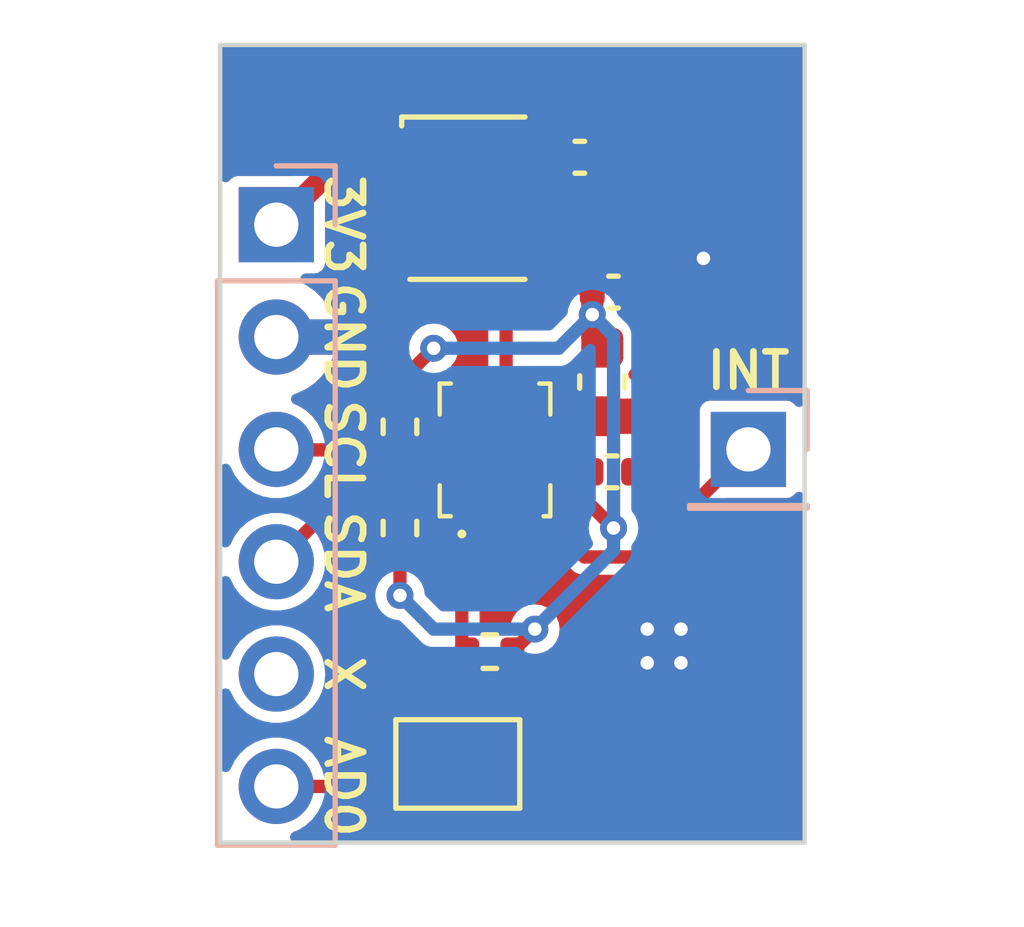
<source format=kicad_pcb>
(kicad_pcb (version 20221018) (generator pcbnew)
  (layers (0 "F.Cu" signal) (31 "B.Cu" signal) (34 "B.Paste" user) (35 "F.Paste" user) (36 "B.SilkS" user "B.Silkscreen") (37 "F.SilkS" user "F.Silkscreen") (38 "B.Mask" user) (39 "F.Mask" user) (44 "Edge.Cuts" user))
  (net 0 "")
  (net 1 "+3.3V")
  (net 2 "GND")
  (net 3 "/AD0")
  (net 6 "/INT")
  (net 8 "/CLK")
  (net 12 "/SCL")
  (net 13 "/SDA")
  (footprint "Resistor_SMD:R_0402_1005Metric" (layer "F.Cu") (at 111.504 93.472 180)
    (fp_text reference "R3" hide)
    (fp_text value "3.9k")
    (fp_line (start -0.153641 -0.38) (end 0.153641 -0.38) (stroke (width 0.12)) (layer "F.SilkS"))
    (fp_line (start -0.153641 0.38) (end 0.153641 0.38) (stroke (width 0.12)) (layer "F.SilkS"))
    (pad "1" smd roundrect (at -0.51 0 180) (size 0.54 0.64) (layers "F.Cu" "F.Paste" "F.Mask") (net 1 "+3.3V"))
    (pad "2" smd roundrect (at 0.51 0 180) (size 0.54 0.64) (layers "F.Cu" "F.Paste" "F.Mask") (net 3 "/AD0"))
  )
  (footprint "Resistor_SMD:R_0402_1005Metric" (layer "F.Cu") (at 109.474 88.39 -90)
    (fp_text reference "R2" hide)
    (fp_text value "3.9k")
    (fp_line (start -0.153641 -0.38) (end 0.153641 -0.38) (stroke (width 0.12)) (layer "F.SilkS"))
    (fp_line (start -0.153641 0.38) (end 0.153641 0.38) (stroke (width 0.12)) (layer "F.SilkS"))
    (pad "1" smd roundrect (at -0.51 0 270) (size 0.54 0.64) (layers "F.Cu" "F.Paste" "F.Mask") (net 1 "+3.3V"))
    (pad "2" smd roundrect (at 0.51 0 270) (size 0.54 0.64) (layers "F.Cu" "F.Paste" "F.Mask") (net 12 "/SCL"))
  )
  (footprint "Resistor_SMD:R_0402_1005Metric" (layer "F.Cu") (at 109.474 90.678 90)
    (fp_text reference "R1" hide)
    (fp_text value "3.9k")
    (fp_line (start -0.153641 -0.38) (end 0.153641 -0.38) (stroke (width 0.12)) (layer "F.SilkS"))
    (fp_line (start -0.153641 0.38) (end 0.153641 0.38) (stroke (width 0.12)) (layer "F.SilkS"))
    (pad "1" smd roundrect (at -0.51 0 90) (size 0.54 0.64) (layers "F.Cu" "F.Paste" "F.Mask") (net 1 "+3.3V"))
    (pad "2" smd roundrect (at 0.51 0 90) (size 0.54 0.64) (layers "F.Cu" "F.Paste" "F.Mask") (net 13 "/SDA"))
  )
  (footprint "Oscillator:Oscillator_SMD_EuroQuartz_XO32-4Pin_3.2x2.5mm" (layer "F.Cu") (at 110.998 83.221)
    (fp_text reference "X1" hide)
    (fp_text value "O3232768151850")
    (fp_line (start -1.485 -1.835) (end 1.3 -1.835) (stroke (width 0.12)) (layer "F.SilkS"))
    (fp_line (start -1.485 -1.635) (end -1.485 -1.835) (stroke (width 0.12)) (layer "F.SilkS"))
    (fp_line (start 1.3 1.835) (end -1.3 1.835) (stroke (width 0.12)) (layer "F.SilkS"))
    (pad "1" smd rect (at -0.775 -1.075 270) (size 1 0.9) (layers "F.Cu" "F.Paste" "F.Mask") (net 1 "+3.3V"))
    (pad "2" smd rect (at -0.775 1.075 270) (size 1 0.9) (layers "F.Cu" "F.Paste" "F.Mask") (net 2 "GND"))
    (pad "3" smd rect (at 0.775 1.075 270) (size 1 0.9) (layers "F.Cu" "F.Paste" "F.Mask") (net 8 "/CLK"))
    (pad "4" smd rect (at 0.775 -1.075 270) (size 1 0.9) (layers "F.Cu" "F.Paste" "F.Mask") (net 1 "+3.3V"))
  )
  (footprint "Capacitor_SMD:C_0402_1005Metric" (layer "F.Cu") (at 113.538 82.296)
    (fp_text reference "C4" hide)
    (fp_text value "100n")
    (fp_line (start -0.107836 -0.36) (end 0.107836 -0.36) (stroke (width 0.12)) (layer "F.SilkS"))
    (fp_line (start -0.107836 0.36) (end 0.107836 0.36) (stroke (width 0.12)) (layer "F.SilkS"))
    (pad "1" smd roundrect (at -0.48 0) (size 0.56 0.62) (layers "F.Cu" "F.Paste" "F.Mask") (net 1 "+3.3V"))
    (pad "2" smd roundrect (at 0.48 0) (size 0.56 0.62) (layers "F.Cu" "F.Paste" "F.Mask") (net 2 "GND"))
  )
  (footprint "Capacitor_SMD:C_0402_1005Metric" (layer "F.Cu") (at 114.3 85.344)
    (fp_text reference "C2" hide)
    (fp_text value "100n")
    (fp_line (start -0.107836 -0.36) (end 0.107836 -0.36) (stroke (width 0.12)) (layer "F.SilkS"))
    (fp_line (start -0.107836 0.36) (end 0.107836 0.36) (stroke (width 0.12)) (layer "F.SilkS"))
    (pad "1" smd roundrect (at -0.48 0) (size 0.56 0.62) (layers "F.Cu" "F.Paste" "F.Mask") (net 1 "+3.3V"))
    (pad "2" smd roundrect (at 0.48 0) (size 0.56 0.62) (layers "F.Cu" "F.Paste" "F.Mask") (net 2 "GND"))
  )
  (footprint "42688:IIM42352" (layer "F.Cu") (at 111.622 88.912 90)
    (fp_text reference "IC1" hide)
    (fp_text value "ICM-42688-P" hide)
    (fp_line (start -1.9 -0.8) (end -1.9 -0.8) (stroke (width 0.1)) (layer "F.SilkS"))
    (fp_line (start -1.9 -0.7) (end -1.9 -0.7) (stroke (width 0.1)) (layer "F.SilkS"))
    (fp_line (start -1.5 -1.25) (end -0.8 -1.25) (stroke (width 0.1)) (layer "F.SilkS"))
    (fp_line (start -1.5 -1) (end -1.5 -1.25) (stroke (width 0.1)) (layer "F.SilkS"))
    (fp_line (start -1.5 1.1) (end -1.5 1.25) (stroke (width 0.1)) (layer "F.SilkS"))
    (fp_line (start -1.5 1.25) (end -0.8 1.25) (stroke (width 0.1)) (layer "F.SilkS"))
    (fp_line (start 0.8 -1.25) (end 1.5 -1.25) (stroke (width 0.1)) (layer "F.SilkS"))
    (fp_line (start 0.8 1.25) (end 1.5 1.25) (stroke (width 0.1)) (layer "F.SilkS"))
    (fp_line (start 1.5 -1.25) (end 1.5 -1) (stroke (width 0.1)) (layer "F.SilkS"))
    (fp_line (start 1.5 1.25) (end 1.5 1) (stroke (width 0.1)) (layer "F.SilkS"))
    (fp_arc (start -1.9 -0.8) (mid -1.85 -0.75) (end -1.9 -0.7) (stroke (width 0.1)) (layer "F.SilkS"))
    (fp_arc (start -1.9 -0.7) (mid -1.95 -0.75) (end -1.9 -0.8) (stroke (width 0.1)) (layer "F.SilkS"))
    (pad "1" smd rect (at -1.15 -0.75 180) (size 0.3 0.6) (layers "F.Cu" "F.Paste" "F.Mask") (net 3 "/AD0"))
    (pad "2" smd rect (at -1.15 -0.25 180) (size 0.3 0.6) (layers "F.Cu" "F.Paste" "F.Mask"))
    (pad "3" smd rect (at -1.15 0.25 180) (size 0.3 0.6) (layers "F.Cu" "F.Paste" "F.Mask"))
    (pad "4" smd rect (at -1.15 0.75 180) (size 0.3 0.6) (layers "F.Cu" "F.Paste" "F.Mask") (net 6 "/INT"))
    (pad "5" smd rect (at -0.5 0.9 90) (size 0.3 0.6) (layers "F.Cu" "F.Paste" "F.Mask") (net 1 "+3.3V"))
    (pad "6" smd rect (at 0 0.9 90) (size 0.3 0.6) (layers "F.Cu" "F.Paste" "F.Mask") (net 2 "GND"))
    (pad "7" smd rect (at 0.5 0.9 90) (size 0.3 0.6) (layers "F.Cu" "F.Paste" "F.Mask"))
    (pad "8" smd rect (at 1.15 0.75 180) (size 0.3 0.6) (layers "F.Cu" "F.Paste" "F.Mask") (net 1 "+3.3V"))
    (pad "9" smd rect (at 1.15 0.25 180) (size 0.3 0.6) (layers "F.Cu" "F.Paste" "F.Mask") (net 8 "/CLK"))
    (pad "10" smd rect (at 1.15 -0.25 180) (size 0.3 0.6) (layers "F.Cu" "F.Paste" "F.Mask"))
    (pad "11" smd rect (at 1.15 -0.75 180) (size 0.3 0.6) (layers "F.Cu" "F.Paste" "F.Mask"))
    (pad "12" smd rect (at 0.5 -0.9 90) (size 0.3 0.6) (layers "F.Cu" "F.Paste" "F.Mask") (net 1 "+3.3V"))
    (pad "13" smd rect (at 0 -0.9 90) (size 0.3 0.6) (layers "F.Cu" "F.Paste" "F.Mask") (net 12 "/SCL"))
    (pad "14" smd rect (at -0.5 -0.9 90) (size 0.3 0.6) (layers "F.Cu" "F.Paste" "F.Mask") (net 13 "/SDA"))
  )
  (footprint "Capacitor_SMD:C_0402_1005Metric" (layer "F.Cu") (at 114.272 89.408)
    (fp_text reference "C1" hide)
    (fp_text value "10n")
    (fp_line (start -0.107836 -0.36) (end 0.107836 -0.36) (stroke (width 0.12)) (layer "F.SilkS"))
    (fp_line (start -0.107836 0.36) (end 0.107836 0.36) (stroke (width 0.12)) (layer "F.SilkS"))
    (pad "1" smd roundrect (at -0.48 0) (size 0.56 0.62) (layers "F.Cu" "F.Paste" "F.Mask") (net 1 "+3.3V"))
    (pad "2" smd roundrect (at 0.48 0) (size 0.56 0.62) (layers "F.Cu" "F.Paste" "F.Mask") (net 2 "GND"))
  )
  (footprint "Jumper:SolderJumper-2_P1.3mm_Open_TrianglePad1.0x1.5mm" (layer "F.Cu") (at 110.781 96.012 180)
    (fp_text reference "JP1" hide)
    (fp_text value "SolderJumper_2_Open")
    (fp_line (start -1.4 -1) (end 1.4 -1) (stroke (width 0.12)) (layer "F.SilkS"))
    (fp_line (start -1.4 1) (end -1.4 -1) (stroke (width 0.12)) (layer "F.SilkS"))
    (fp_line (start 1.4 -1) (end 1.4 1) (stroke (width 0.12)) (layer "F.SilkS"))
    (fp_line (start 1.4 1) (end -1.4 1) (stroke (width 0.12)) (layer "F.SilkS"))
    (pad "1" smd custom (at -0.725 0 180) (size 0.3 0.3) (layers "F.Cu" "F.Mask") (net 2 "GND") (options (clearance outline) (anchor rect)) (primitives (gr_poly (pts (xy 1 0) (xy 0.5 0.75) (xy -0.5 0.75) (xy -0.5 -0.75) (xy 0.5 -0.75)) (width 0) (fill yes))))
    (pad "2" smd custom (at 0.725 0 180) (size 0.3 0.3) (layers "F.Cu" "F.Mask") (net 3 "/AD0") (options (clearance outline) (anchor rect)) (primitives (gr_poly (pts (xy 0.5 0.75) (xy -0.65 0.75) (xy -0.15 0) (xy -0.65 -0.75) (xy 0.5 -0.75)) (width 0) (fill yes))))
  )
  (footprint "Capacitor_SMD:C_0603_1608Metric" (layer "F.Cu") (at 114.046 87.376 -90)
    (fp_text reference "C3" hide)
    (fp_text value "2.2u")
    (fp_line (start -0.14058 -0.51) (end 0.14058 -0.51) (stroke (width 0.12)) (layer "F.SilkS"))
    (fp_line (start -0.14058 0.51) (end 0.14058 0.51) (stroke (width 0.12)) (layer "F.SilkS"))
    (pad "1" smd roundrect (at -0.775 0 270) (size 0.9 0.95) (layers "F.Cu" "F.Paste" "F.Mask") (net 1 "+3.3V"))
    (pad "2" smd roundrect (at 0.775 0 270) (size 0.9 0.95) (layers "F.Cu" "F.Paste" "F.Mask") (net 2 "GND"))
  )
  (footprint "Connector_PinHeader_2.54mm:PinHeader_1x01_P2.54mm_Vertical" (layer "B.Cu") (at 117.348 88.9 180)
    (fp_text reference "J2" hide)
    (fp_text value "Conn_01x01_Pin")
    (fp_line (start -1.33 -1.33) (end 1.33 -1.33) (stroke (width 0.12)) (layer "B.SilkS"))
    (fp_line (start -1.33 -1.27) (end -1.33 -1.33) (stroke (width 0.12)) (layer "B.SilkS"))
    (fp_line (start -1.33 -1.27) (end 1.33 -1.27) (stroke (width 0.12)) (layer "B.SilkS"))
    (fp_line (start -1.33 0) (end -1.33 1.33) (stroke (width 0.12)) (layer "B.SilkS"))
    (fp_line (start -1.33 1.33) (end 0 1.33) (stroke (width 0.12)) (layer "B.SilkS"))
    (fp_line (start 1.33 -1.27) (end 1.33 -1.33) (stroke (width 0.12)) (layer "B.SilkS"))
    (pad "1" thru_hole rect (at 0 0 180) (size 1.7 1.7) (drill 1) (layers "*.Cu" "*.Mask") (net 6 "/INT"))
  )
  (footprint "Connector_PinHeader_2.54mm:PinHeader_1x06_P2.54mm_Vertical" (layer "B.Cu") (at 106.68 83.82 180)
    (fp_text reference "J1" hide)
    (fp_text value "Conn_01x06_Pin")
    (fp_line (start -1.33 -14.03) (end 1.33 -14.03) (stroke (width 0.12)) (layer "B.SilkS"))
    (fp_line (start -1.33 -1.27) (end -1.33 -14.03) (stroke (width 0.12)) (layer "B.SilkS"))
    (fp_line (start -1.33 -1.27) (end 1.33 -1.27) (stroke (width 0.12)) (layer "B.SilkS"))
    (fp_line (start -1.33 0) (end -1.33 1.33) (stroke (width 0.12)) (layer "B.SilkS"))
    (fp_line (start -1.33 1.33) (end 0 1.33) (stroke (width 0.12)) (layer "B.SilkS"))
    (fp_line (start 1.33 -1.27) (end 1.33 -14.03) (stroke (width 0.12)) (layer "B.SilkS"))
    (pad "1" thru_hole rect (at 0 0 180) (size 1.7 1.7) (drill 1) (layers "*.Cu" "*.Mask") (net 1 "+3.3V"))
    (pad "2" thru_hole oval (at 0 -2.54 180) (size 1.7 1.7) (drill 1) (layers "*.Cu" "*.Mask") (net 2 "GND"))
    (pad "3" thru_hole oval (at 0 -5.08 180) (size 1.7 1.7) (drill 1) (layers "*.Cu" "*.Mask") (net 12 "/SCL"))
    (pad "4" thru_hole oval (at 0 -7.62 180) (size 1.7 1.7) (drill 1) (layers "*.Cu" "*.Mask") (net 13 "/SDA"))
    (pad "5" thru_hole oval (at 0 -10.16 180) (size 1.7 1.7) (drill 1) (layers "*.Cu" "*.Mask"))
    (pad "6" thru_hole oval (at 0 -12.7 180) (size 1.7 1.7) (drill 1) (layers "*.Cu" "*.Mask") (net 3 "/AD0"))
  )
  (gr_line (start 118.618 97.79) (end 105.41 97.79) (stroke (width 0.1)) (layer "Edge.Cuts"))
  (gr_line (start 118.618 79.756) (end 118.618 87.63) (stroke (width 0.1)) (layer "Edge.Cuts"))
  (gr_line (start 105.41 79.756) (end 118.618 79.756) (stroke (width 0.1)) (layer "Edge.Cuts"))
  (gr_line (start 118.618 87.63) (end 118.618 97.79) (stroke (width 0.1)) (layer "Edge.Cuts"))
  (gr_line (start 105.41 97.79) (end 105.41 79.756) (stroke (width 0.1)) (layer "Edge.Cuts"))
  (gr_text "X" (at 108.204 93.98 270) (layer "F.SilkS") (effects (font (size 0.8 0.8))))
  (gr_text "AD0" (at 108.204 96.52 270) (layer "F.SilkS") (effects (font (size 0.8 0.8))))
  (gr_text "SCL" (at 108.204 88.9 270) (layer "F.SilkS") (effects (font (size 0.8 0.8))))
  (gr_text "3V3" (at 108.204 83.82 270) (layer "F.SilkS") (effects (font (size 0.8 0.8))))
  (gr_text "INT" (at 117.348 87.122) (layer "F.SilkS") (effects (font (size 0.8 0.8))))
  (gr_text "SDA" (at 108.204 91.44 270) (layer "F.SilkS") (effects (font (size 0.8 0.8))))
  (gr_text "GND" (at 108.204 86.36 270) (layer "F.SilkS") (effects (font (size 0.8 0.8))))
  (segment (start 106.68 83.82) (end 108.204 82.296) (width 0.5) (layer "F.Cu") (net 1))
  (segment (start 113.792 89.408) (end 113.788 89.412) (width 0.3) (layer "F.Cu") (net 1))
  (segment (start 109.474 87.88) (end 109.474 87.376) (width 0.3) (layer "F.Cu") (net 1))
  (segment (start 112.522 89.412) (end 113.034 89.412) (width 0.3) (layer "F.Cu") (net 1))
  (segment (start 108.204 82.296) (end 113.058 82.296) (width 0.5) (layer "F.Cu") (net 1))
  (segment (start 113.034 89.412) (end 114.3 90.678) (width 0.3) (layer "F.Cu") (net 1))
  (segment (start 110.722 88.412) (end 110.006 88.412) (width 0.3) (layer "F.Cu") (net 1))
  (segment (start 112.885 87.762) (end 114.046 86.601) (width 0.3) (layer "F.Cu") (net 1))
  (segment (start 109.474 87.376) (end 110.236 86.614) (width 0.3) (layer "F.Cu") (net 1))
  (segment (start 109.474 92.202) (end 109.474 91.188) (width 0.3) (layer "F.Cu") (net 1))
  (segment (start 113.058 84.582) (end 113.82 85.344) (width 0.5) (layer "F.Cu") (net 1))
  (segment (start 113.058 82.296) (end 113.058 84.582) (width 0.5) (layer "F.Cu") (net 1))
  (segment (start 113.82 85.852) (end 113.82 86.375) (width 0.5) (layer "F.Cu") (net 1))
  (segment (start 113.82 85.344) (end 113.82 85.852) (width 0.5) (layer "F.Cu") (net 1))
  (segment (start 113.82 86.375) (end 114.046 86.601) (width 0.5) (layer "F.Cu") (net 1))
  (segment (start 112.014 93.472) (end 112.522 92.964) (width 0.3) (layer "F.Cu") (net 1))
  (segment (start 110.006 88.412) (end 109.474 87.88) (width 0.3) (layer "F.Cu") (net 1))
  (segment (start 113.788 89.412) (end 112.522 89.412) (width 0.3) (layer "F.Cu") (net 1))
  (segment (start 112.372 87.762) (end 112.885 87.762) (width 0.3) (layer "F.Cu") (net 1))
  (via (at 113.82 85.852) (size 0.61) (drill 0.305) (layers "F.Cu" "B.Cu") (net 1))
  (via (at 109.474 92.202) (size 0.61) (drill 0.305) (layers "F.Cu" "B.Cu") (net 1))
  (via (at 112.522 92.964) (size 0.61) (drill 0.305) (layers "F.Cu" "B.Cu") (net 1))
  (via (at 110.236 86.614) (size 0.61) (drill 0.305) (layers "F.Cu" "B.Cu") (net 1))
  (via (at 114.3 90.678) (size 0.61) (drill 0.305) (layers "F.Cu" "B.Cu") (net 1))
  (segment (start 114.3 90.678) (end 114.3 86.332) (width 0.3) (layer "B.Cu") (net 1))
  (segment (start 112.522 92.964) (end 110.236 92.964) (width 0.3) (layer "B.Cu") (net 1))
  (segment (start 110.236 92.964) (end 109.474 92.202) (width 0.3) (layer "B.Cu") (net 1))
  (segment (start 114.3 91.186) (end 114.3 90.678) (width 0.3) (layer "B.Cu") (net 1))
  (segment (start 113.058 86.614) (end 113.82 85.852) (width 0.3) (layer "B.Cu") (net 1))
  (segment (start 112.522 92.964) (end 114.3 91.186) (width 0.3) (layer "B.Cu") (net 1))
  (segment (start 110.236 86.614) (end 113.058 86.614) (width 0.3) (layer "B.Cu") (net 1))
  (segment (start 114.3 86.332) (end 113.82 85.852) (width 0.3) (layer "B.Cu") (net 1))
  (segment (start 112.522 88.912) (end 113.285 88.912) (width 0.3) (layer "F.Cu") (net 2))
  (segment (start 113.285 88.912) (end 114.046 88.151) (width 0.3) (layer "F.Cu") (net 2))
  (via (at 115.062 93.726) (size 0.61) (drill 0.305) (layers "F.Cu" "B.Cu") (net 2))
  (via (at 116.332 84.582) (size 0.61) (drill 0.305) (layers "F.Cu" "B.Cu") (net 2))
  (via (at 115.824 92.964) (size 0.61) (drill 0.305) (layers "F.Cu" "B.Cu") (net 2))
  (via (at 115.062 92.964) (size 0.61) (drill 0.305) (layers "F.Cu" "B.Cu") (net 2))
  (via (at 115.824 93.726) (size 0.61) (drill 0.305) (layers "F.Cu" "B.Cu") (net 2))
  (segment (start 110.872 93.35) (end 110.872 90.062) (width 0.3) (layer "F.Cu") (net 3))
  (segment (start 110.056 96.012) (end 110.056 94.41) (width 0.3) (layer "F.Cu") (net 3))
  (segment (start 106.68 96.52) (end 109.472 96.52) (width 0.3) (layer "F.Cu") (net 3))
  (segment (start 110.234 95.758) (end 109.472 96.52) (width 0.3) (layer "F.Cu") (net 3))
  (segment (start 110.056 94.41) (end 110.994 93.472) (width 0.3) (layer "F.Cu") (net 3))
  (segment (start 110.994 93.472) (end 110.872 93.35) (width 0.3) (layer "F.Cu") (net 3))
  (segment (start 114.915 91.333) (end 117.348 88.9) (width 0.3) (layer "F.Cu") (net 6))
  (segment (start 113.643 91.333) (end 114.915 91.333) (width 0.3) (layer "F.Cu") (net 6))
  (segment (start 112.372 90.062) (end 113.643 91.333) (width 0.3) (layer "F.Cu") (net 6))
  (segment (start 111.872 84.295) (end 111.723 84.146) (width 0.3) (layer "F.Cu") (net 8))
  (segment (start 111.872 87.762) (end 111.872 84.295) (width 0.3) (layer "F.Cu") (net 8))
  (segment (start 110.722 88.912) (end 106.692 88.912) (width 0.3) (layer "F.Cu") (net 12))
  (segment (start 106.692 88.912) (end 106.68 88.9) (width 0.3) (layer "F.Cu") (net 12))
  (segment (start 110.572 89.412) (end 109.814 90.17) (width 0.3) (layer "F.Cu") (net 13))
  (segment (start 107.95 90.17) (end 106.68 91.44) (width 0.3) (layer "F.Cu") (net 13))
  (segment (start 110.722 89.412) (end 110.572 89.412) (width 0.3) (layer "F.Cu") (net 13))
  (segment (start 109.814 90.17) (end 107.95 90.17) (width 0.3) (layer "F.Cu") (net 13))
  (zone (net 2) (net_name "GND") (layers "F&B.Cu") (connect_pads (clearance 0.25)) (min_thickness 0.25) (fill yes (thermal_gap 0.5) (thermal_bridge_width 0.8))
    (polygon (pts (xy 104.14 78.74) (xy 104.14 99.06) (xy 119.38 99.06) (xy 119.38 78.74)))
  )
)
</source>
